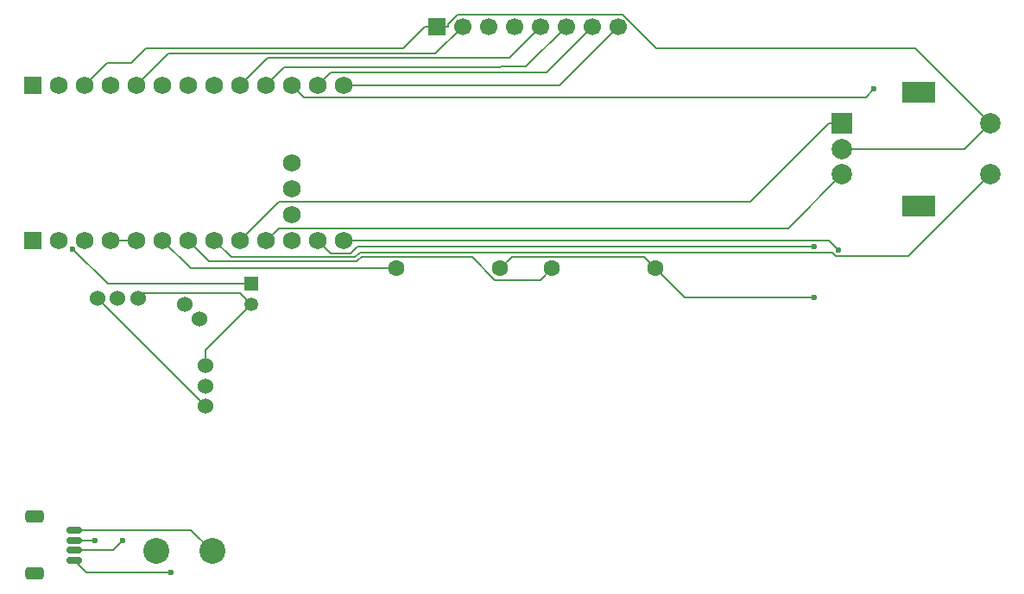
<source format=gtl>
%TF.GenerationSoftware,KiCad,Pcbnew,9.0.7*%
%TF.CreationDate,2026-03-07T10:30:55+01:00*%
%TF.ProjectId,confnicebadge,636f6e66-6e69-4636-9562-616467652e6b,rev?*%
%TF.SameCoordinates,Original*%
%TF.FileFunction,Copper,L1,Top*%
%TF.FilePolarity,Positive*%
%FSLAX46Y46*%
G04 Gerber Fmt 4.6, Leading zero omitted, Abs format (unit mm)*
G04 Created by KiCad (PCBNEW 9.0.7) date 2026-03-07 10:30:55*
%MOMM*%
%LPD*%
G01*
G04 APERTURE LIST*
G04 Aperture macros list*
%AMRoundRect*
0 Rectangle with rounded corners*
0 $1 Rounding radius*
0 $2 $3 $4 $5 $6 $7 $8 $9 X,Y pos of 4 corners*
0 Add a 4 corners polygon primitive as box body*
4,1,4,$2,$3,$4,$5,$6,$7,$8,$9,$2,$3,0*
0 Add four circle primitives for the rounded corners*
1,1,$1+$1,$2,$3*
1,1,$1+$1,$4,$5*
1,1,$1+$1,$6,$7*
1,1,$1+$1,$8,$9*
0 Add four rect primitives between the rounded corners*
20,1,$1+$1,$2,$3,$4,$5,0*
20,1,$1+$1,$4,$5,$6,$7,0*
20,1,$1+$1,$6,$7,$8,$9,0*
20,1,$1+$1,$8,$9,$2,$3,0*%
G04 Aperture macros list end*
%TA.AperFunction,ComponentPad*%
%ADD10C,2.540000*%
%TD*%
%TA.AperFunction,ComponentPad*%
%ADD11C,2.000000*%
%TD*%
%TA.AperFunction,ComponentPad*%
%ADD12R,3.200000X2.000000*%
%TD*%
%TA.AperFunction,ComponentPad*%
%ADD13R,2.000000X2.000000*%
%TD*%
%TA.AperFunction,SMDPad,CuDef*%
%ADD14RoundRect,0.250000X-0.650000X0.350000X-0.650000X-0.350000X0.650000X-0.350000X0.650000X0.350000X0*%
%TD*%
%TA.AperFunction,SMDPad,CuDef*%
%ADD15RoundRect,0.150000X-0.625000X0.150000X-0.625000X-0.150000X0.625000X-0.150000X0.625000X0.150000X0*%
%TD*%
%TA.AperFunction,ComponentPad*%
%ADD16R,1.700000X1.700000*%
%TD*%
%TA.AperFunction,ComponentPad*%
%ADD17C,1.600000*%
%TD*%
%TA.AperFunction,ComponentPad*%
%ADD18C,1.752600*%
%TD*%
%TA.AperFunction,ComponentPad*%
%ADD19C,1.700000*%
%TD*%
%TA.AperFunction,ComponentPad*%
%ADD20C,1.524000*%
%TD*%
%TA.AperFunction,ComponentPad*%
%ADD21C,1.350000*%
%TD*%
%TA.AperFunction,ComponentPad*%
%ADD22R,1.350000X1.350000*%
%TD*%
%TA.AperFunction,ViaPad*%
%ADD23C,0.600000*%
%TD*%
%TA.AperFunction,Conductor*%
%ADD24C,0.200000*%
%TD*%
G04 APERTURE END LIST*
D10*
%TO.P,BZ1,2,-*%
%TO.N,GND*%
X49000000Y-75500000D03*
%TO.P,BZ1,1,+*%
%TO.N,BUZZER*%
X43500000Y-75500000D03*
%TD*%
D11*
%TO.P,SW2,S2,S2*%
%TO.N,GND*%
X125250000Y-33500000D03*
%TO.P,SW2,S1,S1*%
%TO.N,ROT_BTN*%
X125250000Y-38500000D03*
D12*
%TO.P,SW2,MP*%
%TO.N,N/C*%
X118250000Y-41600000D03*
X118250000Y-30400000D03*
D11*
%TO.P,SW2,C,C*%
%TO.N,GND*%
X110750000Y-36000000D03*
%TO.P,SW2,B,B*%
%TO.N,ROT_B*%
X110750000Y-38500000D03*
D13*
%TO.P,SW2,A,A*%
%TO.N,ROT_A*%
X110750000Y-33500000D03*
%TD*%
D14*
%TO.P,StemmaQT1,MP*%
%TO.N,N/C*%
X31572200Y-77724000D03*
X31572200Y-72124000D03*
D15*
%TO.P,StemmaQT1,4,Pin_4*%
%TO.N,SCL*%
X35447200Y-76424000D03*
%TO.P,StemmaQT1,3,Pin_3*%
%TO.N,SDA*%
X35447200Y-75424000D03*
%TO.P,StemmaQT1,2,Pin_2*%
%TO.N,3V3*%
X35447200Y-74424000D03*
%TO.P,StemmaQT1,1,Pin_1*%
%TO.N,GND*%
X35447200Y-73424000D03*
%TD*%
D16*
%TO.P,notconnected1,1,Pin_1*%
%TO.N,unconnected-(notconnected1-Pin_1-Pad1)*%
X31419800Y-45008800D03*
%TD*%
D17*
%TO.P,R1,2*%
%TO.N,SDA*%
X67056000Y-47752000D03*
%TO.P,R1,1*%
%TO.N,3V3*%
X77216000Y-47752000D03*
%TD*%
D18*
%TO.P,U1,33,P1.07*%
%TO.N,unconnected-(U1-P1.07-Pad33)*%
X56820000Y-37380000D03*
%TO.P,U1,32,P1.02*%
%TO.N,unconnected-(U1-P1.02-Pad32)*%
X56820000Y-39920000D03*
%TO.P,U1,31,P1.01*%
%TO.N,unconnected-(U1-P1.01-Pad31)*%
X56820000Y-42460000D03*
%TO.P,U1,24,BATIN/P0.04*%
%TO.N,BATIN*%
X33960000Y-29760000D03*
%TO.P,U1,23,GND*%
%TO.N,GND*%
X36500000Y-29760000D03*
%TO.P,U1,22,RST*%
%TO.N,unconnected-(U1-RST-Pad22)*%
X39040000Y-29760000D03*
%TO.P,U1,21,VCC*%
%TO.N,3V3*%
X41580000Y-29760000D03*
%TO.P,U1,20,AIN7/P0.31*%
%TO.N,BUZZER*%
X44120000Y-29760000D03*
%TO.P,U1,19,AIN5/P0.29*%
%TO.N,VR_X*%
X46660000Y-29760000D03*
%TO.P,U1,18,AIN0/P0.02*%
%TO.N,VR_Y*%
X49200000Y-29760000D03*
%TO.P,U1,17,P1.15*%
%TO.N,RES*%
X51740000Y-29760000D03*
%TO.P,U1,16,P1.13*%
%TO.N,DC*%
X54280000Y-29760000D03*
%TO.P,U1,15,P1.11*%
%TO.N,SK6812MINI-E*%
X56820000Y-29760000D03*
%TO.P,U1,14,NFC2/P0.10*%
%TO.N,CS*%
X59360000Y-29760000D03*
%TO.P,U1,13,NFC1/P0.09*%
%TO.N,BLK*%
X61900000Y-29760000D03*
%TO.P,U1,12,P1.06*%
%TO.N,SW_2*%
X61900000Y-45000000D03*
%TO.P,U1,11,P1.04*%
%TO.N,SW_1*%
X59360000Y-45000000D03*
%TO.P,U1,10,P0.11*%
%TO.N,unconnected-(U1-P0.11-Pad10)*%
X56820000Y-45000000D03*
%TO.P,U1,9,P1.00*%
%TO.N,ROT_B*%
X54280000Y-45000000D03*
%TO.P,U1,8,P0.24*%
%TO.N,ROT_A*%
X51740000Y-45000000D03*
%TO.P,U1,7,P0.22*%
%TO.N,ROT_BTN*%
X49200000Y-45000000D03*
%TO.P,U1,6,P0.20*%
%TO.N,SCL*%
X46660000Y-45000000D03*
%TO.P,U1,5,P0.17*%
%TO.N,SDA*%
X44120000Y-45000000D03*
%TO.P,U1,4,GND*%
%TO.N,GND*%
X41580000Y-45000000D03*
%TO.P,U1,3,GND*%
X39040000Y-45000000D03*
%TO.P,U1,2,RX1/P0.08*%
%TO.N,unconnected-(U1-RX1{slash}P0.08-Pad2)*%
X36500000Y-45000000D03*
%TO.P,U1,1,TX0/P0.06*%
%TO.N,unconnected-(U1-TX0{slash}P0.06-Pad1)*%
X33960000Y-45000000D03*
%TD*%
D19*
%TO.P,DISPLAY1,8,Pin_8*%
%TO.N,BLK*%
X88780000Y-24000000D03*
%TO.P,DISPLAY1,7,Pin_7*%
%TO.N,CS*%
X86240000Y-24000000D03*
%TO.P,DISPLAY1,6,Pin_6*%
%TO.N,DC*%
X83700000Y-24000000D03*
%TO.P,DISPLAY1,5,Pin_5*%
%TO.N,RES*%
X81160000Y-24000000D03*
%TO.P,DISPLAY1,4,Pin_4*%
%TO.N,SDA*%
X78620000Y-24000000D03*
%TO.P,DISPLAY1,3,Pin_3*%
%TO.N,SCL*%
X76080000Y-24000000D03*
%TO.P,DISPLAY1,2,Pin_2*%
%TO.N,3V3*%
X73540000Y-24000000D03*
D16*
%TO.P,DISPLAY1,1,Pin_1*%
%TO.N,GND*%
X71000000Y-24000000D03*
%TD*%
%TO.P,notconnected2,1,Pin_1*%
%TO.N,unconnected-(notconnected2-Pin_1-Pad1)*%
X31419800Y-29743400D03*
%TD*%
D20*
%TO.P,U2,8,SW-b*%
%TO.N,unconnected-(U2-SW-b-Pad8)*%
X47719000Y-52681000D03*
%TO.P,U2,7,SW-a*%
%TO.N,unconnected-(U2-SW-a-Pad7)*%
X46319000Y-51281000D03*
%TO.P,U2,6,VR2-3*%
%TO.N,GND*%
X48319000Y-57281000D03*
%TO.P,U2,5,VR2-2*%
%TO.N,VR_Y*%
X48319000Y-59281000D03*
%TO.P,U2,4,VR2-1*%
%TO.N,3V3*%
X48319000Y-61281000D03*
%TO.P,U2,3,VR1-3*%
X37719000Y-50681000D03*
%TO.P,U2,2,VR1-2*%
%TO.N,VR_X*%
X39719000Y-50681000D03*
%TO.P,U2,1,VR1-1*%
%TO.N,GND*%
X41719000Y-50681000D03*
%TD*%
D17*
%TO.P,R2,2*%
%TO.N,SCL*%
X82296000Y-47752000D03*
%TO.P,R2,1*%
%TO.N,3V3*%
X92456000Y-47752000D03*
%TD*%
D21*
%TO.P,BT1,2,-*%
%TO.N,GND*%
X52832000Y-51276000D03*
D22*
%TO.P,BT1,1,+*%
%TO.N,BATIN*%
X52832000Y-49276000D03*
%TD*%
D23*
%TO.N,BATIN*%
X35293900Y-45815300D03*
%TO.N,SW_2*%
X110410500Y-45929700D03*
%TO.N,SW_1*%
X107982000Y-45590900D03*
%TO.N,SDA*%
X40214900Y-74499500D03*
%TO.N,SCL*%
X44922600Y-77585000D03*
%TO.N,SK6812MINI-E*%
X113892400Y-30137500D03*
%TO.N,3V3*%
X37482100Y-74424000D03*
X107998200Y-50612500D03*
%TD*%
D24*
%TO.N,CS*%
X60622400Y-28497600D02*
X59360000Y-29760000D01*
X81742400Y-28497600D02*
X60622400Y-28497600D01*
X86240000Y-24000000D02*
X81742400Y-28497600D01*
%TO.N,RES*%
X78089300Y-27070700D02*
X81160000Y-24000000D01*
X54429300Y-27070700D02*
X78089300Y-27070700D01*
X51740000Y-29760000D02*
X54429300Y-27070700D01*
%TO.N,BATIN*%
X38754600Y-49276000D02*
X35293900Y-45815300D01*
X52832000Y-49276000D02*
X38754600Y-49276000D01*
%TO.N,DC*%
X56028600Y-28011400D02*
X54280000Y-29760000D01*
X77208000Y-28011400D02*
X56028600Y-28011400D01*
X77289800Y-27929600D02*
X77208000Y-28011400D01*
X77289800Y-27929600D02*
X77208000Y-28011400D01*
X79770400Y-27929600D02*
X77289800Y-27929600D01*
X83700000Y-24000000D02*
X79770400Y-27929600D01*
%TO.N,BLK*%
X83020000Y-29760000D02*
X88780000Y-24000000D01*
X61900000Y-29760000D02*
X83020000Y-29760000D01*
%TO.N,SW_2*%
X61910800Y-44989200D02*
X61900000Y-45000000D01*
X109470000Y-44989200D02*
X61910800Y-44989200D01*
X110410500Y-45929700D02*
X109470000Y-44989200D01*
%TO.N,SW_1*%
X60590200Y-46230200D02*
X59360000Y-45000000D01*
X62583300Y-46230200D02*
X60590200Y-46230200D01*
X63222600Y-45590900D02*
X62583300Y-46230200D01*
X107982000Y-45590900D02*
X63222600Y-45590900D01*
X107982000Y-45590900D02*
X107138000Y-45590900D01*
X107138000Y-45590900D02*
X107982000Y-45590900D01*
%TO.N,ROT_B*%
X105461500Y-43788500D02*
X110750000Y-38500000D01*
X55491500Y-43788500D02*
X105461500Y-43788500D01*
X54280000Y-45000000D02*
X55491500Y-43788500D01*
%TO.N,ROT_A*%
X101758300Y-41190000D02*
X109448300Y-33500000D01*
X55550000Y-41190000D02*
X101758300Y-41190000D01*
X51740000Y-45000000D02*
X55550000Y-41190000D01*
X110750000Y-33500000D02*
X109448300Y-33500000D01*
%TO.N,ROT_BTN*%
X63396100Y-46230200D02*
X63444500Y-46181800D01*
X63396100Y-46230200D02*
X63444500Y-46181800D01*
X117218600Y-46531400D02*
X125250000Y-38500000D01*
X110161400Y-46531400D02*
X117218600Y-46531400D01*
X109811800Y-46181800D02*
X110161400Y-46531400D01*
X108242000Y-46181800D02*
X109811800Y-46181800D01*
X108231200Y-46192600D02*
X108242000Y-46181800D01*
X63455300Y-46192600D02*
X108231200Y-46192600D01*
X63444500Y-46181800D02*
X63455300Y-46192600D01*
X62994400Y-46631900D02*
X63396100Y-46230200D01*
X50831900Y-46631900D02*
X62994400Y-46631900D01*
X49200000Y-45000000D02*
X50831900Y-46631900D01*
%TO.N,SDA*%
X46872000Y-47752000D02*
X44120000Y-45000000D01*
X67056000Y-47752000D02*
X46872000Y-47752000D01*
X39290400Y-75424000D02*
X40214900Y-74499500D01*
X35447200Y-75424000D02*
X39290400Y-75424000D01*
%TO.N,SCL*%
X36608200Y-77585000D02*
X44922600Y-77585000D01*
X35447200Y-76424000D02*
X36608200Y-77585000D01*
X81189200Y-48858800D02*
X82296000Y-47752000D01*
X76693000Y-48858800D02*
X81189200Y-48858800D01*
X74451300Y-46617100D02*
X76693000Y-48858800D01*
X63584900Y-46617100D02*
X74451300Y-46617100D01*
X63533000Y-46669000D02*
X63584900Y-46617100D01*
X63403800Y-46798200D02*
X63533000Y-46669000D01*
X63403800Y-46798200D02*
X63533000Y-46669000D01*
X63168400Y-47033600D02*
X63403800Y-46798200D01*
X48693600Y-47033600D02*
X63168400Y-47033600D01*
X46660000Y-45000000D02*
X48693600Y-47033600D01*
%TO.N,SK6812MINI-E*%
X113070100Y-30959800D02*
X113892400Y-30137500D01*
X58019800Y-30959800D02*
X113070100Y-30959800D01*
X56820000Y-29760000D02*
X58019800Y-30959800D01*
X113892400Y-30137500D02*
X113070100Y-30959800D01*
X113070100Y-30959800D02*
X113892400Y-30137500D01*
%TO.N,3V3*%
X78351100Y-46616900D02*
X77216000Y-47752000D01*
X91320900Y-46616900D02*
X78351100Y-46616900D01*
X92456000Y-47752000D02*
X91320900Y-46616900D01*
X48319000Y-61281000D02*
X37719000Y-50681000D01*
X70871000Y-26669000D02*
X73540000Y-24000000D01*
X44671000Y-26669000D02*
X70871000Y-26669000D01*
X41580000Y-29760000D02*
X44671000Y-26669000D01*
X35447200Y-74424000D02*
X37482100Y-74424000D01*
X95316500Y-50612500D02*
X92456000Y-47752000D01*
X107998200Y-50612500D02*
X95316500Y-50612500D01*
%TO.N,GND*%
X39040000Y-45000000D02*
X41580000Y-45000000D01*
X122750000Y-36000000D02*
X125250000Y-33500000D01*
X110750000Y-36000000D02*
X122750000Y-36000000D01*
X46924000Y-73424000D02*
X49000000Y-75500000D01*
X35447200Y-73424000D02*
X46924000Y-73424000D01*
X42232800Y-50167200D02*
X41719000Y-50681000D01*
X51723200Y-50167200D02*
X42232800Y-50167200D01*
X52832000Y-51276000D02*
X51723200Y-50167200D01*
X48319000Y-55789000D02*
X48319000Y-57281000D01*
X52832000Y-51276000D02*
X48319000Y-55789000D01*
X67722300Y-26126000D02*
X69848300Y-24000000D01*
X42484000Y-26126000D02*
X67722300Y-26126000D01*
X41046900Y-27563100D02*
X42484000Y-26126000D01*
X38696900Y-27563100D02*
X41046900Y-27563100D01*
X36500000Y-29760000D02*
X38696900Y-27563100D01*
X71000000Y-24000000D02*
X69848300Y-24000000D01*
X72151700Y-23712000D02*
X72151700Y-24000000D01*
X73015400Y-22848300D02*
X72151700Y-23712000D01*
X89257100Y-22848300D02*
X73015400Y-22848300D01*
X92540500Y-26131700D02*
X89257100Y-22848300D01*
X117881700Y-26131700D02*
X92540500Y-26131700D01*
X125250000Y-33500000D02*
X117881700Y-26131700D01*
X71000000Y-24000000D02*
X72151700Y-24000000D01*
%TD*%
M02*

</source>
